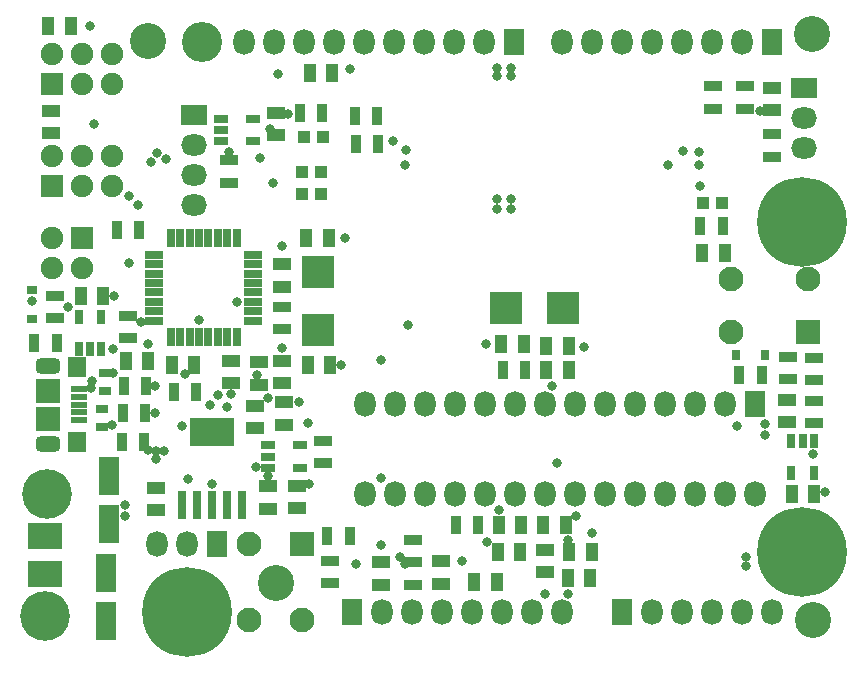
<source format=gts>
G04*
G04 #@! TF.GenerationSoftware,Altium Limited,Altium Designer,18.1.9 (240)*
G04*
G04 Layer_Color=8388736*
%FSLAX44Y44*%
%MOMM*%
G71*
G01*
G75*
%ADD35R,2.0000X2.0000*%
%ADD36R,1.5000X1.7000*%
%ADD37R,1.6000X1.8000*%
%ADD38R,1.4500X0.5000*%
%ADD39R,1.5000X0.9000*%
%ADD40R,0.9000X1.5000*%
%ADD41R,0.8858X0.7588*%
%ADD42R,0.7588X0.8858*%
%ADD43R,1.0000X1.0000*%
%ADD44R,1.1000X1.5000*%
%ADD45C,3.0480*%
%ADD46R,1.2000X0.7500*%
%ADD47R,1.5000X1.1000*%
%ADD48R,2.7000X2.8000*%
%ADD49R,0.8000X2.4000*%
%ADD50R,3.7000X2.4000*%
%ADD51R,2.8000X2.7000*%
%ADD52R,0.7500X1.2000*%
%ADD53R,1.8000X3.2000*%
%ADD54R,2.9000X2.2000*%
%ADD55R,1.6200X0.6700*%
%ADD56R,0.6700X1.6200*%
%ADD57R,1.1000X0.8000*%
G04:AMPARAMS|DCode=58|XSize=2.1mm|YSize=1.3mm|CornerRadius=0.41mm|HoleSize=0mm|Usage=FLASHONLY|Rotation=0.000|XOffset=0mm|YOffset=0mm|HoleType=Round|Shape=RoundedRectangle|*
%AMROUNDEDRECTD58*
21,1,2.1000,0.4800,0,0,0.0*
21,1,1.2800,1.3000,0,0,0.0*
1,1,0.8200,0.6400,-0.2400*
1,1,0.8200,-0.6400,-0.2400*
1,1,0.8200,-0.6400,0.2400*
1,1,0.8200,0.6400,0.2400*
%
%ADD58ROUNDEDRECTD58*%
%ADD59C,2.1000*%
%ADD60R,2.1000X2.1000*%
%ADD61R,2.1000X2.1000*%
%ADD62C,3.4000*%
%ADD63O,1.8000X2.2000*%
%ADD64R,1.8000X2.2000*%
%ADD65R,2.2000X1.8000*%
%ADD66O,2.2000X1.8000*%
%ADD67C,1.9000*%
%ADD68R,1.9000X1.9000*%
%ADD69C,4.2000*%
%ADD70C,7.6000*%
%ADD71C,0.8000*%
D35*
X21995Y213000D02*
D03*
Y189000D02*
D03*
D36*
X46495Y169000D02*
D03*
D37*
Y233000D02*
D03*
D38*
X48745Y188000D02*
D03*
Y194500D02*
D03*
Y201000D02*
D03*
Y207500D02*
D03*
Y214000D02*
D03*
D39*
X175000Y408000D02*
D03*
Y389000D02*
D03*
X220000Y265000D02*
D03*
Y284000D02*
D03*
X612000Y470500D02*
D03*
Y451500D02*
D03*
X585000D02*
D03*
Y470500D02*
D03*
X635000Y430100D02*
D03*
Y411100D02*
D03*
X255000Y151500D02*
D03*
Y170500D02*
D03*
X648759Y241500D02*
D03*
Y222500D02*
D03*
X331000Y67500D02*
D03*
Y86500D02*
D03*
Y67500D02*
D03*
Y48500D02*
D03*
X90000Y257500D02*
D03*
Y276500D02*
D03*
X671000Y204500D02*
D03*
Y185500D02*
D03*
X28000Y274010D02*
D03*
Y293010D02*
D03*
X670500Y221500D02*
D03*
Y240500D02*
D03*
X261000Y69000D02*
D03*
Y50000D02*
D03*
D40*
X281750Y445250D02*
D03*
X300750D02*
D03*
X301750Y422000D02*
D03*
X282750D02*
D03*
X99500Y349000D02*
D03*
X80500D02*
D03*
X105500Y217000D02*
D03*
X86500D02*
D03*
X85500Y194000D02*
D03*
X104500D02*
D03*
X103500Y169000D02*
D03*
X84500D02*
D03*
X386500Y99000D02*
D03*
X367500D02*
D03*
X235500Y448000D02*
D03*
X254500D02*
D03*
X426000Y230000D02*
D03*
X407000D02*
D03*
X574500Y352000D02*
D03*
X593500D02*
D03*
X29500Y253000D02*
D03*
X10500D02*
D03*
X258500Y90000D02*
D03*
X277500D02*
D03*
X128500Y212000D02*
D03*
X147500D02*
D03*
X607250Y225750D02*
D03*
X626250D02*
D03*
D41*
X9000Y298192D02*
D03*
Y273808D02*
D03*
D42*
X629192Y243000D02*
D03*
X604808D02*
D03*
D43*
X237000Y379500D02*
D03*
X253000D02*
D03*
X239000Y428000D02*
D03*
X255000D02*
D03*
X237000Y397660D02*
D03*
X253000D02*
D03*
X593000Y372000D02*
D03*
X577000D02*
D03*
D44*
X244000Y482000D02*
D03*
X263000D02*
D03*
X22500Y522000D02*
D03*
X41500D02*
D03*
X146000Y235000D02*
D03*
X127000D02*
D03*
X260000Y342000D02*
D03*
X241000D02*
D03*
X261000Y235000D02*
D03*
X242000D02*
D03*
X402000Y51000D02*
D03*
X383000D02*
D03*
X463500Y76000D02*
D03*
X482500D02*
D03*
X463000Y230000D02*
D03*
X444000D02*
D03*
X403000Y76200D02*
D03*
X422000D02*
D03*
X423000Y99000D02*
D03*
X404000D02*
D03*
X441500D02*
D03*
X460500D02*
D03*
X406000Y252000D02*
D03*
X425000D02*
D03*
X463000Y251000D02*
D03*
X444000D02*
D03*
X671000Y125730D02*
D03*
X652000D02*
D03*
X69000Y293000D02*
D03*
X50000D02*
D03*
X107000Y238000D02*
D03*
X88000D02*
D03*
X595000Y329750D02*
D03*
X576000D02*
D03*
X462000Y54000D02*
D03*
X481000D02*
D03*
D45*
X107000Y509000D02*
D03*
X669000Y515000D02*
D03*
X670000Y18380D02*
D03*
X215000Y50000D02*
D03*
D46*
X196000Y424000D02*
D03*
Y443000D02*
D03*
X169000Y424000D02*
D03*
Y433500D02*
D03*
Y443000D02*
D03*
X235500Y147500D02*
D03*
Y166500D02*
D03*
X208500Y147500D02*
D03*
Y157000D02*
D03*
Y166500D02*
D03*
D47*
X215000Y448000D02*
D03*
Y429000D02*
D03*
X220000Y238000D02*
D03*
Y219000D02*
D03*
X201160Y237000D02*
D03*
Y218000D02*
D03*
X220000Y301000D02*
D03*
Y320000D02*
D03*
X177000Y238000D02*
D03*
Y219000D02*
D03*
X25000Y450000D02*
D03*
Y431000D02*
D03*
X635000Y450500D02*
D03*
Y469500D02*
D03*
X114000Y130660D02*
D03*
Y111660D02*
D03*
X208000Y132000D02*
D03*
Y113000D02*
D03*
X304000Y67500D02*
D03*
Y48500D02*
D03*
X355000Y68500D02*
D03*
Y49500D02*
D03*
X222000Y203000D02*
D03*
Y184000D02*
D03*
X648000Y186000D02*
D03*
Y205000D02*
D03*
X233000Y132500D02*
D03*
Y113500D02*
D03*
X197000Y181160D02*
D03*
Y200160D02*
D03*
X443000Y59000D02*
D03*
Y78000D02*
D03*
D48*
X409500Y283000D02*
D03*
X458500D02*
D03*
D49*
X135600Y116000D02*
D03*
X148300D02*
D03*
X161000D02*
D03*
X173700D02*
D03*
X186400D02*
D03*
D50*
X161000Y178000D02*
D03*
D51*
X251000Y264000D02*
D03*
Y313000D02*
D03*
D52*
X67000Y275000D02*
D03*
X48000D02*
D03*
X67000Y248000D02*
D03*
X57500D02*
D03*
X48000D02*
D03*
X651500Y143500D02*
D03*
X670500D02*
D03*
X651500Y170500D02*
D03*
X661000D02*
D03*
X670500D02*
D03*
D53*
X74000Y100000D02*
D03*
Y141000D02*
D03*
X71000Y17750D02*
D03*
Y58750D02*
D03*
D54*
X19750Y57500D02*
D03*
Y89500D02*
D03*
D55*
X196000Y272000D02*
D03*
Y280000D02*
D03*
Y288000D02*
D03*
Y296000D02*
D03*
Y304000D02*
D03*
Y312000D02*
D03*
Y320000D02*
D03*
Y328000D02*
D03*
X112000D02*
D03*
Y320000D02*
D03*
Y312000D02*
D03*
Y304000D02*
D03*
Y296000D02*
D03*
Y288000D02*
D03*
Y280000D02*
D03*
Y272000D02*
D03*
D56*
X182000Y342000D02*
D03*
X174000D02*
D03*
X166000D02*
D03*
X158000D02*
D03*
X150000D02*
D03*
X142000D02*
D03*
X134000D02*
D03*
X126000D02*
D03*
Y258000D02*
D03*
X134000D02*
D03*
X142000D02*
D03*
X150000D02*
D03*
X158000D02*
D03*
X166000D02*
D03*
X174000D02*
D03*
X182000D02*
D03*
D57*
X70000Y227500D02*
D03*
Y212500D02*
D03*
X68000Y182500D02*
D03*
Y197500D02*
D03*
D58*
X21995Y168000D02*
D03*
Y234000D02*
D03*
D59*
X600750Y262500D02*
D03*
Y307500D02*
D03*
X665750D02*
D03*
X192500Y83380D02*
D03*
Y18380D02*
D03*
X237500D02*
D03*
D60*
X665750Y262500D02*
D03*
D61*
X237500Y83380D02*
D03*
D62*
X152400Y508000D02*
D03*
D63*
X114200Y83000D02*
D03*
X139600D02*
D03*
X391160Y508000D02*
D03*
X365760D02*
D03*
X340360D02*
D03*
X314960D02*
D03*
X289560D02*
D03*
X264160D02*
D03*
X238760D02*
D03*
X213360D02*
D03*
X187960D02*
D03*
X457200D02*
D03*
X482600D02*
D03*
X508000D02*
D03*
X533400D02*
D03*
X558800D02*
D03*
X584200D02*
D03*
X609600D02*
D03*
X635000Y25400D02*
D03*
X609600D02*
D03*
X584200D02*
D03*
X558800D02*
D03*
X533400D02*
D03*
X457200D02*
D03*
X431800D02*
D03*
X406400D02*
D03*
X381000D02*
D03*
X355600D02*
D03*
X330200D02*
D03*
X304800D02*
D03*
X595250Y201930D02*
D03*
X569850D02*
D03*
X544450D02*
D03*
X519050D02*
D03*
X493650D02*
D03*
X468250D02*
D03*
X442850D02*
D03*
X417450D02*
D03*
X392050D02*
D03*
X366650D02*
D03*
X341250D02*
D03*
X315850D02*
D03*
X290450D02*
D03*
X620650Y125730D02*
D03*
X595250D02*
D03*
X569850D02*
D03*
X544450D02*
D03*
X519050D02*
D03*
X493650D02*
D03*
X468250D02*
D03*
X442850D02*
D03*
X417450D02*
D03*
X392050D02*
D03*
X366650D02*
D03*
X341250D02*
D03*
X315850D02*
D03*
X290450D02*
D03*
D64*
X165000Y83000D02*
D03*
X416560Y508000D02*
D03*
X635000D02*
D03*
X508000Y25400D02*
D03*
X279400D02*
D03*
X620650Y201930D02*
D03*
D65*
X146000Y446000D02*
D03*
X662000Y469000D02*
D03*
D66*
X146000Y420600D02*
D03*
Y395200D02*
D03*
Y369800D02*
D03*
X662000Y418200D02*
D03*
Y443600D02*
D03*
D67*
X25400Y316600D02*
D03*
X50800D02*
D03*
X25400Y342000D02*
D03*
X76200Y411480D02*
D03*
X50800D02*
D03*
X25400D02*
D03*
X76200Y386080D02*
D03*
X50800D02*
D03*
X76200Y497840D02*
D03*
X50800D02*
D03*
X25400D02*
D03*
X76200Y472440D02*
D03*
X50800D02*
D03*
D68*
Y342000D02*
D03*
X25400Y386080D02*
D03*
Y472440D02*
D03*
D69*
X20000Y22000D02*
D03*
X21000Y125000D02*
D03*
D70*
X139700Y25400D02*
D03*
X660400Y76200D02*
D03*
Y355600D02*
D03*
D71*
X314250Y424500D02*
D03*
X325500Y416250D02*
D03*
X324000Y403750D02*
D03*
X475750Y250000D02*
D03*
X59000Y221250D02*
D03*
X199000Y226000D02*
D03*
X462250Y86500D02*
D03*
X113250Y155000D02*
D03*
X106652Y162271D02*
D03*
X113250Y162000D02*
D03*
X120756D02*
D03*
X147000Y174000D02*
D03*
X135600Y183000D02*
D03*
X147000Y183570D02*
D03*
X157000Y184000D02*
D03*
X87000Y115663D02*
D03*
Y106500D02*
D03*
X402000Y479000D02*
D03*
X414000D02*
D03*
X402000Y486000D02*
D03*
X414000D02*
D03*
Y375000D02*
D03*
X402000D02*
D03*
X414000Y367000D02*
D03*
X327000Y268800D02*
D03*
X277500Y485000D02*
D03*
X242000Y185500D02*
D03*
X613000Y72000D02*
D03*
Y64000D02*
D03*
X175000Y415250D02*
D03*
X324000Y66000D02*
D03*
X109000Y406250D02*
D03*
X114200Y414000D02*
D03*
X61000Y438566D02*
D03*
X173753Y199323D02*
D03*
X573000Y415000D02*
D03*
Y404000D02*
D03*
X605250Y183000D02*
D03*
X373000Y68500D02*
D03*
X304000Y82000D02*
D03*
X243000Y134034D02*
D03*
X76500Y184000D02*
D03*
X629453Y184548D02*
D03*
X213000Y388500D02*
D03*
X210000Y434000D02*
D03*
X58566Y215000D02*
D03*
X182000Y288000D02*
D03*
X449000Y217000D02*
D03*
X78000Y293000D02*
D03*
X402000Y367000D02*
D03*
X201800Y410200D02*
D03*
X393000Y252000D02*
D03*
X107000D02*
D03*
X138000Y227000D02*
D03*
X150000Y273000D02*
D03*
X177000Y210000D02*
D03*
X235000Y203000D02*
D03*
X270000Y235000D02*
D03*
X220000Y249000D02*
D03*
Y335000D02*
D03*
X274000Y342000D02*
D03*
X58000Y522000D02*
D03*
X574000Y386000D02*
D03*
X629000Y175000D02*
D03*
X680000Y127000D02*
D03*
X469000Y107000D02*
D03*
X394000Y85000D02*
D03*
X404000Y111660D02*
D03*
X198500Y148000D02*
D03*
X208000Y141000D02*
D03*
X161000Y134000D02*
D03*
X77000Y248500D02*
D03*
X77500Y227500D02*
D03*
X225000Y447500D02*
D03*
X122000Y409000D02*
D03*
X9000Y289000D02*
D03*
X39500Y283500D02*
D03*
X141000Y138000D02*
D03*
X283000Y66000D02*
D03*
X320000Y72000D02*
D03*
X443000Y41000D02*
D03*
X462000D02*
D03*
X91000Y321000D02*
D03*
Y378000D02*
D03*
X101000Y271000D02*
D03*
X98000Y370000D02*
D03*
X482600Y92000D02*
D03*
X453500Y151500D02*
D03*
X208000Y207000D02*
D03*
X166000Y209000D02*
D03*
X159000Y201000D02*
D03*
X113000Y194000D02*
D03*
Y217000D02*
D03*
X217000Y481000D02*
D03*
X547000Y404000D02*
D03*
X560000Y416000D02*
D03*
X670000Y159000D02*
D03*
X625000Y450000D02*
D03*
X304000Y139280D02*
D03*
Y238787D02*
D03*
M02*

</source>
